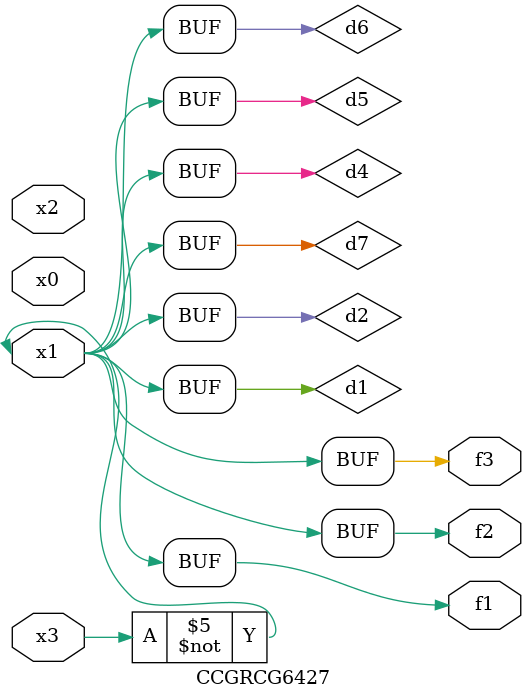
<source format=v>
module CCGRCG6427(
	input x0, x1, x2, x3,
	output f1, f2, f3
);

	wire d1, d2, d3, d4, d5, d6, d7;

	not (d1, x3);
	buf (d2, x1);
	xnor (d3, d1, d2);
	nor (d4, d1);
	buf (d5, d1, d2);
	buf (d6, d4, d5);
	nand (d7, d4);
	assign f1 = d6;
	assign f2 = d7;
	assign f3 = d6;
endmodule

</source>
